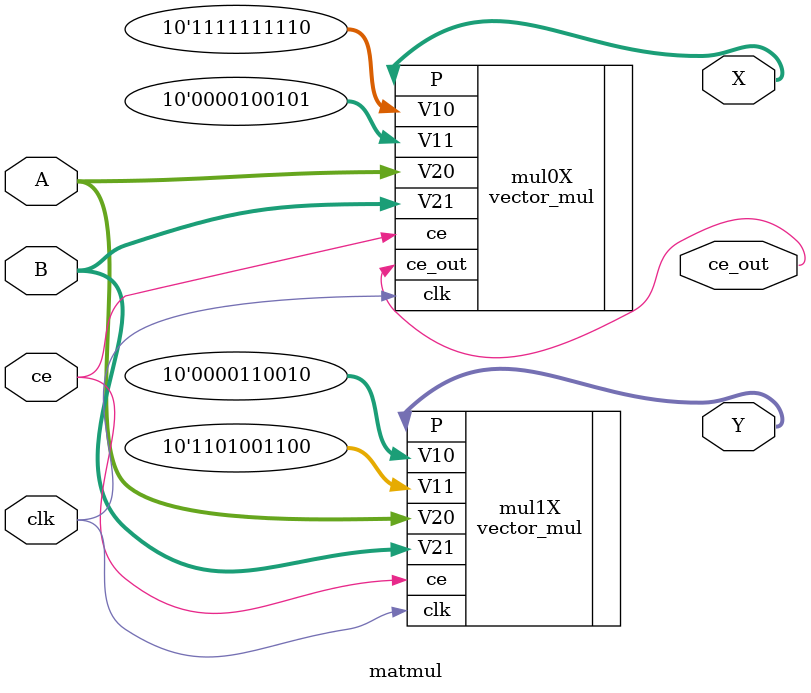
<source format=v>
`timescale 1ns / 1ps


module matmul(
    input clk,
    input ce,
    input signed [9:0]A,
    input signed [9:0]B,
    output signed [19:0]X,
    output signed [19:0]Y,
    output ce_out
    );
    
    vector_mul mul0X
    (
        .clk(clk),
        .ce(ce),
        .ce_out(ce_out),
        .V10(10'h3fe),
        .V11(10'h025),
        .V20(A),
        .V21(B),
        .P(X)
    );
    
    vector_mul mul1X
    (
        .clk(clk),
        .ce(ce),
        .V10(10'h032),
        .V11(10'h34c),
        .V20(A),
        .V21(B),
        .P(Y)
    );
endmodule

</source>
